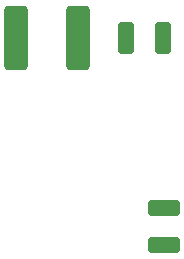
<source format=gbr>
%TF.GenerationSoftware,KiCad,Pcbnew,9.0.5*%
%TF.CreationDate,2026-01-27T18:20:27+09:00*%
%TF.ProjectId,esp_serial_bridge_pcb,6573705f-7365-4726-9961-6c5f62726964,V1.0*%
%TF.SameCoordinates,Original*%
%TF.FileFunction,Paste,Top*%
%TF.FilePolarity,Positive*%
%FSLAX46Y46*%
G04 Gerber Fmt 4.6, Leading zero omitted, Abs format (unit mm)*
G04 Created by KiCad (PCBNEW 9.0.5) date 2026-01-27 18:20:27*
%MOMM*%
%LPD*%
G01*
G04 APERTURE LIST*
G04 Aperture macros list*
%AMRoundRect*
0 Rectangle with rounded corners*
0 $1 Rounding radius*
0 $2 $3 $4 $5 $6 $7 $8 $9 X,Y pos of 4 corners*
0 Add a 4 corners polygon primitive as box body*
4,1,4,$2,$3,$4,$5,$6,$7,$8,$9,$2,$3,0*
0 Add four circle primitives for the rounded corners*
1,1,$1+$1,$2,$3*
1,1,$1+$1,$4,$5*
1,1,$1+$1,$6,$7*
1,1,$1+$1,$8,$9*
0 Add four rect primitives between the rounded corners*
20,1,$1+$1,$2,$3,$4,$5,0*
20,1,$1+$1,$4,$5,$6,$7,0*
20,1,$1+$1,$6,$7,$8,$9,0*
20,1,$1+$1,$8,$9,$2,$3,0*%
G04 Aperture macros list end*
%ADD10RoundRect,0.250000X1.100000X-0.412500X1.100000X0.412500X-1.100000X0.412500X-1.100000X-0.412500X0*%
%ADD11RoundRect,0.250000X0.412500X1.100000X-0.412500X1.100000X-0.412500X-1.100000X0.412500X-1.100000X0*%
%ADD12RoundRect,0.249999X-0.737501X-2.450001X0.737501X-2.450001X0.737501X2.450001X-0.737501X2.450001X0*%
G04 APERTURE END LIST*
D10*
%TO.C,C3*%
X111000000Y-117562500D03*
X111000000Y-114437500D03*
%TD*%
D11*
%TO.C,C2*%
X110900000Y-100000000D03*
X107775000Y-100000000D03*
%TD*%
D12*
%TO.C,C1*%
X98500000Y-100000000D03*
X103775000Y-100000000D03*
%TD*%
M02*

</source>
